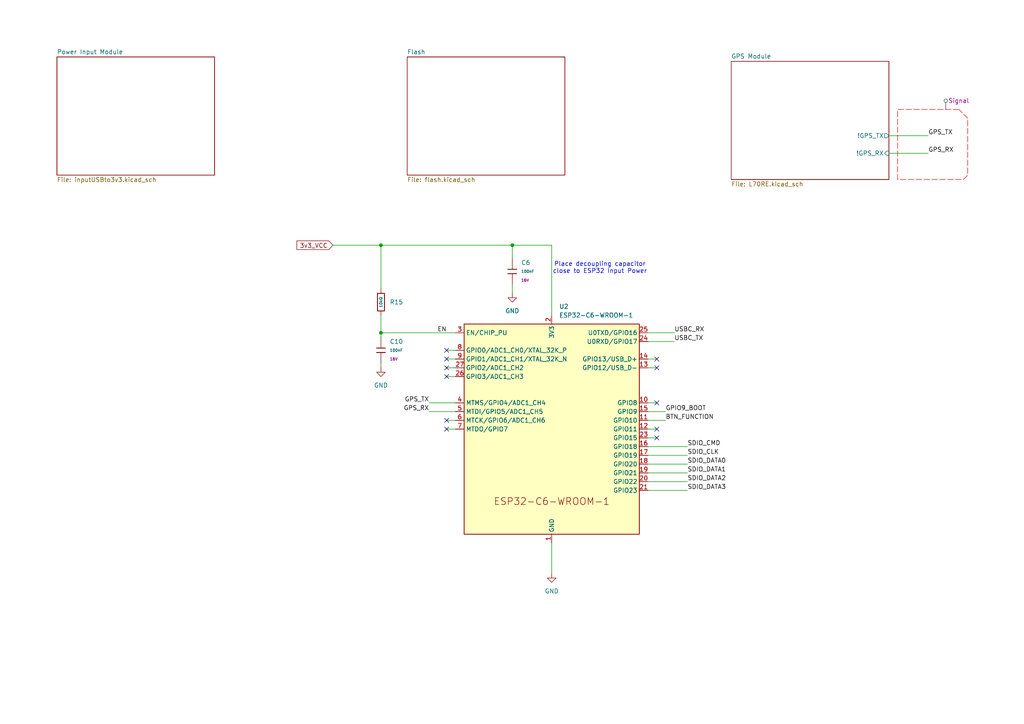
<source format=kicad_sch>
(kicad_sch (version 20250114) (generator "eeschema") (generator_version "9.0")
  (paper "A4")
  (title_block (title "Mileage Logger") (rev "DEV_001") (company "Jake Odgers"))
  (lib_symbols
    (symbol "Espressif:ESP32-C6-WROOM-1"
      (property "Reference" "U" (at -25.4 35.56 0))
      (property "Value" "ESP32-C6-WROOM-1" (at -25.4 33.02 0))
      (symbol "ESP32-C6-WROOM-1_0_0"
        (text "ESP32-C6-WROOM-1" (at 0 -20.955 0) (effects (font (size 2 2))))
      )
      (symbol "ESP32-C6-WROOM-1_0_1"
        (rectangle (start -25.4 30.48) (end 25.4 -30.48) (stroke (width 0.254)) (fill (type background)))
      )
      (symbol "ESP32-C6-WROOM-1_1_1"
        (pin input line (at -27.94 27.94 0) (length 2.54) (name "EN/CHIP_PU") (number "3"))
        (pin bidirectional line (at -27.94 22.86 0) (length 2.54) (name "GPIO0/ADC1_CH0/XTAL_32K_P") (number "8"))
        (pin bidirectional line (at -27.94 20.32 0) (length 2.54) (name "GPIO1/ADC1_CH1/XTAL_32K_N") (number "9"))
        (pin bidirectional line (at -27.94 17.78 0) (length 2.54) (name "GPIO2/ADC1_CH2") (number "27"))
        (pin bidirectional line (at -27.94 15.24 0) (length 2.54) (name "GPIO3/ADC1_CH3") (number "26"))
        (pin bidirectional line (at -27.94 7.62 0) (length 2.54) (name "MTMS/GPIO4/ADC1_CH4") (number "4"))
        (pin bidirectional line (at -27.94 5.08 0) (length 2.54) (name "MTDI/GPIO5/ADC1_CH5") (number "5"))
        (pin bidirectional line (at -27.94 2.54 0) (length 2.54) (name "MTCK/GPIO6/ADC1_CH6") (number "6"))
        (pin bidirectional line (at -27.94 0 0) (length 2.54) (name "MTDO/GPIO7") (number "7"))
        (pin no_connect line (at -25.4 -12.7 0) (length 2.54) (hide yes) (name "NC") (number "22"))
        (pin power_in line (at 0 33.02 270) (length 2.54) (name "3V3") (number "2"))
        (pin power_in line (at 0 -33.02 90) (length 2.54) (name "GND") (number "1"))
        (pin passive line (at 0 -33.02 90) (length 2.54) (hide yes) (name "GND") (number "28"))
        (pin passive line (at 0 -33.02 90) (length 2.54) (hide yes) (name "GND") (number "29"))
        (pin bidirectional line (at 27.94 27.94 180) (length 2.54) (name "U0TXD/GPIO16") (number "25"))
        (pin bidirectional line (at 27.94 25.4 180) (length 2.54) (name "U0RXD/GPIO17") (number "24"))
        (pin bidirectional line (at 27.94 20.32 180) (length 2.54) (name "GPIO13/USB_D+") (number "14"))
        (pin bidirectional line (at 27.94 17.78 180) (length 2.54) (name "GPIO12/USB_D-") (number "13"))
        (pin bidirectional line (at 27.94 7.62 180) (length 2.54) (name "GPIO8") (number "10"))
        (pin bidirectional line (at 27.94 5.08 180) (length 2.54) (name "GPIO9") (number "15"))
        (pin bidirectional line (at 27.94 2.54 180) (length 2.54) (name "GPIO10") (number "11"))
        (pin bidirectional line (at 27.94 0 180) (length 2.54) (name "GPIO11") (number "12"))
        (pin bidirectional line (at 27.94 -2.54 180) (length 2.54) (name "GPIO15") (number "23"))
        (pin bidirectional line (at 27.94 -5.08 180) (length 2.54) (name "GPIO18") (number "16"))
        (pin bidirectional line (at 27.94 -7.62 180) (length 2.54) (name "GPIO19") (number "17"))
        (pin bidirectional line (at 27.94 -10.16 180) (length 2.54) (name "GPIO20") (number "18"))
        (pin bidirectional line (at 27.94 -12.7 180) (length 2.54) (name "GPIO21") (number "19"))
        (pin bidirectional line (at 27.94 -15.24 180) (length 2.54) (name "GPIO22") (number "20"))
        (pin bidirectional line (at 27.94 -17.78 180) (length 2.54) (name "GPIO23") (number "21"))
      )
    )
    (symbol "PCM_JLCPCB-Capacitors:0402,100nF" (pin_numbers (hide yes)) (pin_names (offset 0))
      (property "Reference" "C" (at 2.032 1.668 0))
      (property "Value" "100nF" (at 2.032 -0.3782 0))
      (property "Voltage Rated" "16V" (at 2.032 -2.0462 0))
      (symbol "0402,100nF_0_1"
        (polyline (pts (xy -1.27 0.635) (xy 1.27 0.635)) (stroke (width 0.254)))
        (polyline (pts (xy -1.27 -0.635) (xy 1.27 -0.635)) (stroke (width 0.254)))
      )
      (symbol "0402,100nF_1_1"
        (pin passive line (at 0 3.81 270) (length 3.175) (name "~") (number "1"))
        (pin passive line (at 0 -3.81 90) (length 3.175) (name "~") (number "2"))
      )
    )
    (symbol "PCM_JLCPCB-Resistors:0402,10kΩ" (pin_numbers (hide yes)) (pin_names (offset 0))
      (property "Reference" "R" (at 1.778 0 0))
      (property "Value" "10kΩ" (at 0 0 90))
      (symbol "0402,10kΩ_0_1"
        (rectangle (start -1.016 2.54) (end 1.016 -2.54) (stroke (width 0.254)))
      )
      (symbol "0402,10kΩ_1_1"
        (pin passive line (at 0 3.81 270) (length 1.27) (name "~") (number "1"))
        (pin passive line (at 0 -3.81 90) (length 1.27) (name "~") (number "2"))
      )
    )
    (symbol "power:GND" (power) (pin_numbers (hide yes)) (pin_names (offset 0) (hide yes))
      (property "Value" "GND" (at 0 -3.81 0))
      (symbol "GND_0_1"
        (polyline (pts (xy 0 0) (xy 0 -1.27) (xy 1.27 -1.27) (xy 0 -2.54) (xy -1.27 -1.27) (xy 0 -1.27)))
      )
      (symbol "GND_1_1"
        (pin power_in line (at 0 0 270) (length 0) (name "~") (number "1"))
      )
    )
  )
  (text "Place decoupling capacitor\nclose to ESP32 Input Power\n" (at 173.99 77.724 0) (effects (font (size 1.27 1.27))))
  (junction (at 148.59 71.12))
  (junction (at 110.49 71.12))
  (junction (at 110.49 96.52))
  (no_connect (at 190.5 104.14))
  (no_connect (at 129.54 109.22))
  (no_connect (at 190.5 116.84))
  (no_connect (at 129.54 106.68))
  (no_connect (at 190.5 106.68))
  (no_connect (at 129.54 104.14))
  (no_connect (at 190.5 127))
  (no_connect (at 129.54 121.92))
  (no_connect (at 129.54 124.46))
  (no_connect (at 129.54 101.6))
  (no_connect (at 190.5 124.46))
  (wire (pts (xy 129.54 109.22) (xy 132.08 109.22)))
  (wire (pts (xy 187.96 124.46) (xy 190.5 124.46)))
  (wire (pts (xy 187.96 116.84) (xy 190.5 116.84)))
  (wire (pts (xy 187.96 134.62) (xy 199.39 134.62)))
  (wire (pts (xy 187.96 129.54) (xy 199.39 129.54)))
  (wire (pts (xy 129.54 121.92) (xy 132.08 121.92)))
  (wire (pts (xy 187.96 96.52) (xy 195.58 96.52)))
  (wire (pts (xy 129.54 124.46) (xy 132.08 124.46)))
  (wire (pts (xy 187.96 106.68) (xy 190.5 106.68)))
  (wire (pts (xy 96.52 71.12) (xy 110.49 71.12)))
  (wire (pts (xy 124.46 119.38) (xy 132.08 119.38)))
  (wire (pts (xy 187.96 104.14) (xy 190.5 104.14)))
  (wire (pts (xy 110.49 105.41) (xy 110.49 106.68)))
  (wire (pts (xy 187.96 142.24) (xy 199.39 142.24)))
  (wire (pts (xy 187.96 121.92) (xy 193.04 121.92)))
  (wire (pts (xy 187.96 119.38) (xy 193.04 119.38)))
  (wire (pts (xy 129.54 104.14) (xy 132.08 104.14)))
  (wire (pts (xy 110.49 91.44) (xy 110.49 96.52)))
  (wire (pts (xy 160.02 157.48) (xy 160.02 166.37)))
  (wire (pts (xy 110.49 96.52) (xy 110.49 97.79)))
  (wire (pts (xy 148.59 82.55) (xy 148.59 85.09)))
  (wire (pts (xy 187.96 137.16) (xy 199.39 137.16)))
  (wire (pts (xy 187.96 99.06) (xy 195.58 99.06)))
  (wire (pts (xy 124.46 116.84) (xy 132.08 116.84)))
  (wire (pts (xy 187.96 139.7) (xy 199.39 139.7)))
  (wire (pts (xy 148.59 71.12) (xy 148.59 74.93)))
  (wire (pts (xy 110.49 96.52) (xy 132.08 96.52)))
  (wire (pts (xy 187.96 127) (xy 190.5 127)))
  (wire (pts (xy 269.24 44.45) (xy 257.81 44.45)))
  (wire (pts (xy 148.59 71.12) (xy 160.02 71.12)))
  (wire (pts (xy 110.49 71.12) (xy 110.49 83.82)))
  (wire (pts (xy 129.54 106.68) (xy 132.08 106.68)))
  (wire (pts (xy 269.24 39.37) (xy 257.81 39.37)))
  (wire (pts (xy 160.02 71.12) (xy 160.02 91.44)))
  (wire (pts (xy 129.54 101.6) (xy 132.08 101.6)))
  (wire (pts (xy 187.96 132.08) (xy 199.39 132.08)))
  (wire (pts (xy 110.49 71.12) (xy 148.59 71.12)))
  (label "GPS_TX" (at 124.46 116.84 180))
  (label "USBC_RX" (at 195.58 96.52 0))
  (label "SDIO_CLK" (at 199.39 132.08 0))
  (label "SDIO_DATA1" (at 199.39 137.16 0))
  (label "SDIO_DATA3" (at 199.39 142.24 0))
  (label "SDIO_DATA0" (at 199.39 134.62 0))
  (label "EN" (at 129.54 96.52 180))
  (label "GPS_RX" (at 124.46 119.38 180))
  (label "USBC_TX" (at 195.58 99.06 0))
  (label "SDIO_DATA2" (at 199.39 139.7 0))
  (label "BTN_FUNCTION" (at 193.04 121.92 0))
  (label "SDIO_CMD" (at 199.39 129.54 0))
  (label "GPS_RX" (at 269.24 44.45 0))
  (label "GPS_TX" (at 269.24 39.37 0))
  (label "GPIO9_BOOT" (at 193.04 119.38 0))
  (global_label "3v3_VCC" (shape input) (at 96.52 71.12 180) (property "Intersheetrefs" "${INTERSHEET_REFS}" (effects (hide yes))))
  (rule_area (polyline (pts (xy 278.13 31.75) (xy 260.35 31.75) (xy 260.35 52.07) (xy 279.4 52.07) (xy 280.67 50.8) (xy 280.67 34.29)) (stroke (width 0) (type dash))))
  (netclass_flag "" (length 2.54) (shape round) (at 274.32 31.75 0) (property "Netclass" "Signal" (at 275.0185 29.21 0) (effects (justify left))))
  (symbol (lib_id "PCM_JLCPCB-Resistors:0402,10kΩ") (at 110.49 87.63 0) (unit 1)
    (property "Reference" "R15" (at 113.03 87.6299 0) (effects (justify left)))
    (property "Value" "10kΩ" (at 110.49 87.63 90) (effects (font (size 0.8 0.8))))
    (property "Footprint" "PCM_JLCPCB:R_0402" (effects (hide yes)))
    (property "Datasheet" "https://www.lcsc.com/datasheet/lcsc_datasheet_2411221126_UNI-ROYAL-Uniroyal-Elec-0402WGF1002TCE_C25744.pdf" (effects (hide yes)))
    (property "Description" "62.5mW Thick Film Resistors 50V ±100ppm/°C ±1% 10kΩ 0402 Chip Resistor - Surface Mount ROHS" (effects (hide yes)))
    (property "LCSC" "C25744" (effects (hide yes)))
    (property "Stock" "24372091" (effects (hide yes)))
    (property "Price" "0.004USD" (effects (hide yes)))
    (property "Process" "SMT" (effects (hide yes)))
    (property "Minimum Qty" "20" (effects (hide yes)))
    (property "Attrition Qty" "10" (effects (hide yes)))
    (property "Class" "Basic Component" (effects (hide yes)))
    (property "Category" "Resistors,Chip Resistor - Surface Mount" (effects (hide yes)))
    (property "Manufacturer" "UNI-ROYAL(Uniroyal Elec)" (effects (hide yes)))
    (property "Part" "0402WGF1002TCE" (effects (hide yes)))
    (property "Resistance" "10kΩ" (effects (hide yes)))
    (property "Power(Watts)" "62.5mW" (effects (hide yes)))
    (property "Type" "Thick Film Resistors" (effects (hide yes)))
    (property "Overload Voltage (Max)" "50V" (effects (hide yes)))
    (property "Operating Temperature Range" "-55°C~+155°C" (effects (hide yes)))
    (property "Tolerance" "±1%" (effects (hide yes)))
    (property "Temperature Coefficient" "±100ppm/°C" (effects (hide yes)))
  )
  (symbol (lib_id "Espressif:ESP32-C6-WROOM-1") (at 160.02 124.46 0) (unit 1)
    (property "Reference" "U2" (at 162.1633 88.9 0) (effects (justify left)))
    (property "Value" "ESP32-C6-WROOM-1" (at 162.1633 91.44 0) (effects (justify left)))
    (property "Footprint" "ESPRESSIF footprints:ESP32-C6-WROOM-1" (effects (hide yes)))
    (property "Datasheet" "https://www.espressif.com/sites/default/files/documentation/esp32-c6-wroom-1_wroom-1u_datasheet_en.pdf" (effects (hide yes)))
    (property "Description" "ESP32-C6-WROOM-1/U is a module that supports 2.4 GHz Wi-Fi 6 (802.11 ax), Bluetooth® 5 (LE), Zigbee and Thread (802.15.4)" (effects (hide yes)))
  )
  (symbol (lib_id "power:GND") (at 160.02 166.37 0) (unit 1)
    (property "Reference" "#PWR03" (effects (hide yes)))
    (property "Value" "GND" (at 160.02 171.45 0))
    (property "Description" "Power symbol creates a global label with name \"GND\" , ground" (effects (hide yes)))
  )
  (symbol (lib_id "PCM_JLCPCB-Capacitors:0402,100nF") (at 110.49 101.6 0) (unit 1)
    (property "Reference" "C10" (at 113.03 99.0599 0) (effects (justify left)))
    (property "Value" "100nF" (at 113.03 101.6 0) (effects (font (size 0.8 0.8)) (justify left)))
    (property "Footprint" "PCM_JLCPCB:C_0402" (effects (hide yes)))
    (property "Datasheet" "https://www.lcsc.com/datasheet/lcsc_datasheet_2304140030_Samsung-Electro-Mechanics-CL05B104KO5NNNC_C1525.pdf" (effects (hide yes)))
    (property "Description" "16V 100nF X7R ±10% 0402 Multilayer Ceramic Capacitors MLCC - SMD/SMT ROHS" (effects (hide yes)))
    (property "LCSC" "C1525" (effects (hide yes)))
    (property "Stock" "20208285" (effects (hide yes)))
    (property "Price" "0.004USD" (effects (hide yes)))
    (property "Process" "SMT" (effects (hide yes)))
    (property "Minimum Qty" "20" (effects (hide yes)))
    (property "Attrition Qty" "10" (effects (hide yes)))
    (property "Class" "Basic Component" (effects (hide yes)))
    (property "Category" "Capacitors,Multilayer Ceramic Capacitors MLCC - SMD/SMT" (effects (hide yes)))
    (property "Manufacturer" "Samsung Electro-Mechanics" (effects (hide yes)))
    (property "Part" "CL05B104KO5NNNC" (effects (hide yes)))
    (property "Voltage Rated" "16V" (at 113.03 104.14 0) (effects (font (size 0.8 0.8)) (justify left)))
    (property "Tolerance" "±10%" (effects (hide yes)))
    (property "Capacitance" "100nF" (effects (hide yes)))
    (property "Temperature Coefficient" "X7R" (effects (hide yes)))
  )
  (symbol (lib_id "PCM_JLCPCB-Capacitors:0402,100nF") (at 148.59 78.74 0) (unit 1)
    (property "Reference" "C6" (at 151.13 76.1999 0) (effects (justify left)))
    (property "Value" "100nF" (at 151.13 78.74 0) (effects (font (size 0.8 0.8)) (justify left)))
    (property "Footprint" "PCM_JLCPCB:C_0402" (effects (hide yes)))
    (property "Datasheet" "https://www.lcsc.com/datasheet/lcsc_datasheet_2304140030_Samsung-Electro-Mechanics-CL05B104KO5NNNC_C1525.pdf" (effects (hide yes)))
    (property "Description" "16V 100nF X7R ±10% 0402 Multilayer Ceramic Capacitors MLCC - SMD/SMT ROHS" (effects (hide yes)))
    (property "LCSC" "C1525" (effects (hide yes)))
    (property "Stock" "20208285" (effects (hide yes)))
    (property "Price" "0.004USD" (effects (hide yes)))
    (property "Process" "SMT" (effects (hide yes)))
    (property "Minimum Qty" "20" (effects (hide yes)))
    (property "Attrition Qty" "10" (effects (hide yes)))
    (property "Class" "Basic Component" (effects (hide yes)))
    (property "Category" "Capacitors,Multilayer Ceramic Capacitors MLCC - SMD/SMT" (effects (hide yes)))
    (property "Manufacturer" "Samsung Electro-Mechanics" (effects (hide yes)))
    (property "Part" "CL05B104KO5NNNC" (effects (hide yes)))
    (property "Voltage Rated" "16V" (at 151.13 81.28 0) (effects (font (size 0.8 0.8)) (justify left)))
    (property "Tolerance" "±10%" (effects (hide yes)))
    (property "Capacitance" "100nF" (effects (hide yes)))
    (property "Temperature Coefficient" "X7R" (effects (hide yes)))
  )
  (symbol (lib_id "power:GND") (at 148.59 85.09 0) (unit 1)
    (property "Reference" "#PWR014" (effects (hide yes)))
    (property "Value" "GND" (at 148.59 90.17 0))
    (property "Description" "Power symbol creates a global label with name \"GND\" , ground" (effects (hide yes)))
  )
  (symbol (lib_id "power:GND") (at 110.49 106.68 0) (unit 1)
    (property "Reference" "#PWR018" (effects (hide yes)))
    (property "Value" "GND" (at 110.49 111.76 0))
    (property "Description" "Power symbol creates a global label with name \"GND\" , ground" (effects (hide yes)))
  )
  (sheet (at 16.51 16.51) (size 45.72 34.29) (stroke (width 0.1524))
    (property "Sheetname" "Power Input Module" (at 16.51 15.7984 0) (effects (justify left bottom)))
    (property "Sheetfile" "inputUSBto3v3.kicad_sch" (at 16.51 51.3846 0) (effects (justify left top)))
  )
  (sheet (at 118.11 16.51) (size 45.72 34.29) (stroke (width 0.1524))
    (property "Sheetname" "Flash" (at 118.11 15.7984 0) (effects (justify left bottom)))
    (property "Sheetfile" "flash.kicad_sch" (at 118.11 51.3846 0) (effects (justify left top)))
  )
  (sheet (at 212.09 17.78) (size 45.72 34.29) (stroke (width 0.1524))
    (property "Sheetname" "GPS Module" (at 212.09 17.0684 0) (effects (justify left bottom)))
    (property "Sheetfile" "L70RE.kicad_sch" (at 212.09 52.6546 0) (effects (justify left top)))
    (pin "!GPS_RX" input (at 257.81 44.45 0))
    (pin "!GPS_TX" output (at 257.81 39.37 0))
  )
)
</source>
